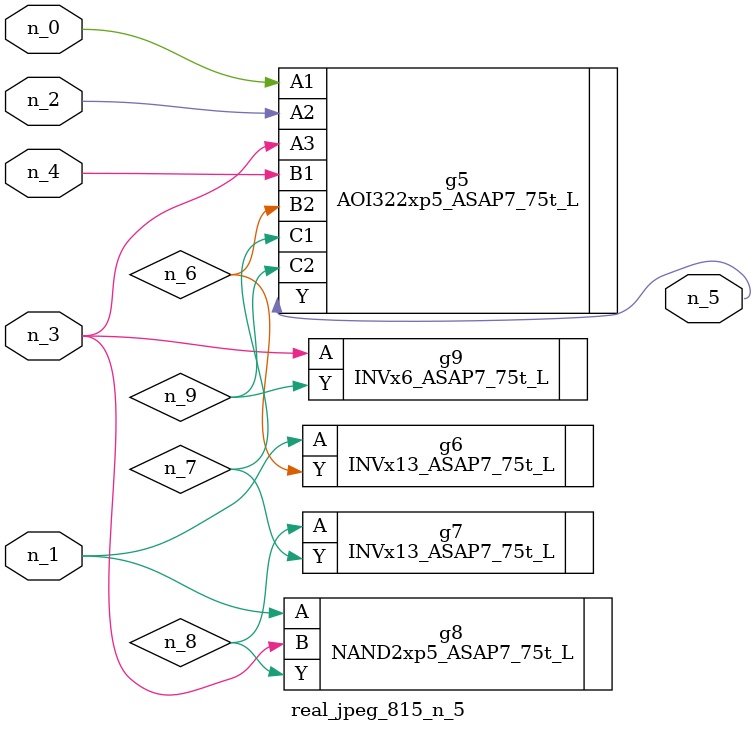
<source format=v>
module real_jpeg_815_n_5 (n_4, n_0, n_1, n_2, n_3, n_5);

input n_4;
input n_0;
input n_1;
input n_2;
input n_3;

output n_5;

wire n_8;
wire n_6;
wire n_7;
wire n_9;

AOI322xp5_ASAP7_75t_L g5 ( 
.A1(n_0),
.A2(n_2),
.A3(n_3),
.B1(n_4),
.B2(n_6),
.C1(n_7),
.C2(n_9),
.Y(n_5)
);

INVx13_ASAP7_75t_L g6 ( 
.A(n_1),
.Y(n_6)
);

NAND2xp5_ASAP7_75t_L g8 ( 
.A(n_1),
.B(n_3),
.Y(n_8)
);

INVx6_ASAP7_75t_L g9 ( 
.A(n_3),
.Y(n_9)
);

INVx13_ASAP7_75t_L g7 ( 
.A(n_8),
.Y(n_7)
);


endmodule
</source>
